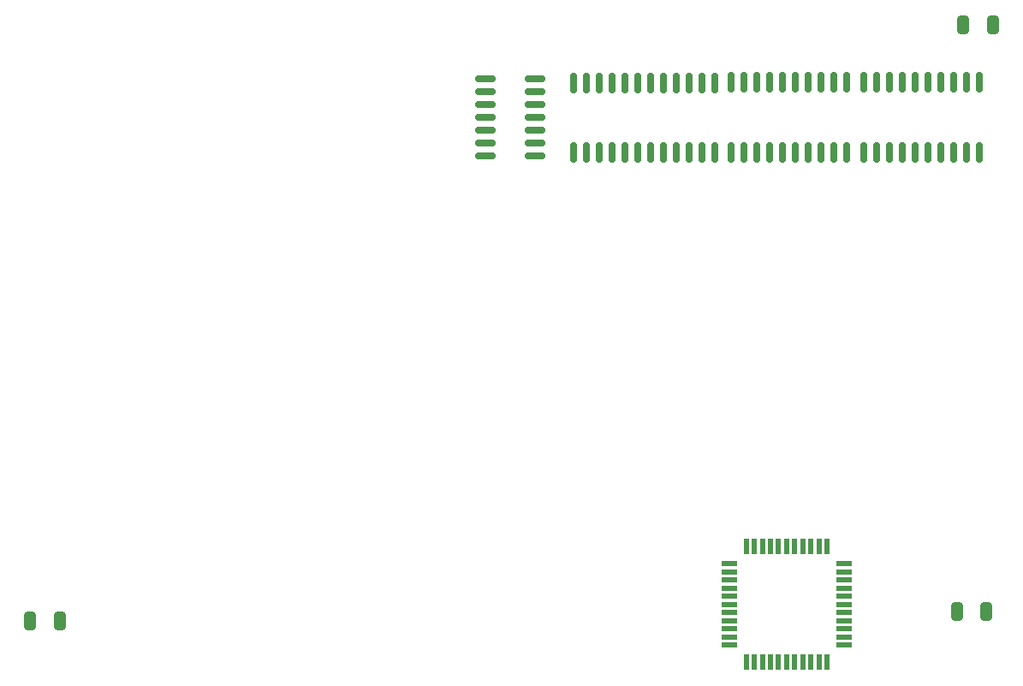
<source format=gbr>
%TF.GenerationSoftware,KiCad,Pcbnew,8.0.5-8.0.5-0~ubuntu22.04.1*%
%TF.CreationDate,2024-10-04T17:06:24+02:00*%
%TF.ProjectId,6502_6800_CPU,36353032-5f36-4383-9030-5f4350552e6b,rev?*%
%TF.SameCoordinates,Original*%
%TF.FileFunction,Paste,Top*%
%TF.FilePolarity,Positive*%
%FSLAX46Y46*%
G04 Gerber Fmt 4.6, Leading zero omitted, Abs format (unit mm)*
G04 Created by KiCad (PCBNEW 8.0.5-8.0.5-0~ubuntu22.04.1) date 2024-10-04 17:06:24*
%MOMM*%
%LPD*%
G01*
G04 APERTURE LIST*
G04 Aperture macros list*
%AMRoundRect*
0 Rectangle with rounded corners*
0 $1 Rounding radius*
0 $2 $3 $4 $5 $6 $7 $8 $9 X,Y pos of 4 corners*
0 Add a 4 corners polygon primitive as box body*
4,1,4,$2,$3,$4,$5,$6,$7,$8,$9,$2,$3,0*
0 Add four circle primitives for the rounded corners*
1,1,$1+$1,$2,$3*
1,1,$1+$1,$4,$5*
1,1,$1+$1,$6,$7*
1,1,$1+$1,$8,$9*
0 Add four rect primitives between the rounded corners*
20,1,$1+$1,$2,$3,$4,$5,0*
20,1,$1+$1,$4,$5,$6,$7,0*
20,1,$1+$1,$6,$7,$8,$9,0*
20,1,$1+$1,$8,$9,$2,$3,0*%
G04 Aperture macros list end*
%ADD10RoundRect,0.250000X-0.325000X-0.650000X0.325000X-0.650000X0.325000X0.650000X-0.325000X0.650000X0*%
%ADD11R,1.500000X0.550000*%
%ADD12R,0.550000X1.500000*%
%ADD13RoundRect,0.150000X0.150000X-0.837500X0.150000X0.837500X-0.150000X0.837500X-0.150000X-0.837500X0*%
%ADD14RoundRect,0.150000X-0.150000X0.837500X-0.150000X-0.837500X0.150000X-0.837500X0.150000X0.837500X0*%
%ADD15RoundRect,0.150000X-0.825000X-0.150000X0.825000X-0.150000X0.825000X0.150000X-0.825000X0.150000X0*%
G04 APERTURE END LIST*
D10*
%TO.C,C8*%
X144471600Y-121462800D03*
X147421600Y-121462800D03*
%TD*%
D11*
%TO.C,U9*%
X121950000Y-124790000D03*
X121950000Y-123990000D03*
X121950000Y-123190000D03*
X121950000Y-122390000D03*
X121950000Y-121590000D03*
X121950000Y-120790000D03*
X121950000Y-119990000D03*
X121950000Y-119190000D03*
X121950000Y-118390000D03*
X121950000Y-117590000D03*
X121950000Y-116790000D03*
D12*
X123650000Y-115090000D03*
X124450000Y-115090000D03*
X125250000Y-115090000D03*
X126050000Y-115090000D03*
X126850000Y-115090000D03*
X127650000Y-115090000D03*
X128450000Y-115090000D03*
X129250000Y-115090000D03*
X130050000Y-115090000D03*
X130850000Y-115090000D03*
X131650000Y-115090000D03*
D11*
X133350000Y-116790000D03*
X133350000Y-117590000D03*
X133350000Y-118390000D03*
X133350000Y-119190000D03*
X133350000Y-119990000D03*
X133350000Y-120790000D03*
X133350000Y-121590000D03*
X133350000Y-122390000D03*
X133350000Y-123190000D03*
X133350000Y-123990000D03*
X133350000Y-124790000D03*
D12*
X131650000Y-126490000D03*
X130850000Y-126490000D03*
X130050000Y-126490000D03*
X129250000Y-126490000D03*
X128450000Y-126490000D03*
X127650000Y-126490000D03*
X126850000Y-126490000D03*
X126050000Y-126490000D03*
X125250000Y-126490000D03*
X124450000Y-126490000D03*
X123650000Y-126490000D03*
%TD*%
D13*
%TO.C,U4*%
X135255000Y-76106500D03*
X136525000Y-76106500D03*
X137795000Y-76106500D03*
X139065000Y-76106500D03*
X140335000Y-76106500D03*
X141605000Y-76106500D03*
X142875000Y-76106500D03*
X144145000Y-76106500D03*
X145415000Y-76106500D03*
X146685000Y-76106500D03*
X146685000Y-69181500D03*
X145415000Y-69181500D03*
X144145000Y-69181500D03*
X142875000Y-69181500D03*
X141605000Y-69181500D03*
X140335000Y-69181500D03*
X139065000Y-69181500D03*
X137795000Y-69181500D03*
X136525000Y-69181500D03*
X135255000Y-69181500D03*
%TD*%
%TO.C,U3*%
X122174000Y-76106500D03*
X123444000Y-76106500D03*
X124714000Y-76106500D03*
X125984000Y-76106500D03*
X127254000Y-76106500D03*
X128524000Y-76106500D03*
X129794000Y-76106500D03*
X131064000Y-76106500D03*
X132334000Y-76106500D03*
X133604000Y-76106500D03*
X133604000Y-69181500D03*
X132334000Y-69181500D03*
X131064000Y-69181500D03*
X129794000Y-69181500D03*
X128524000Y-69181500D03*
X127254000Y-69181500D03*
X125984000Y-69181500D03*
X124714000Y-69181500D03*
X123444000Y-69181500D03*
X122174000Y-69181500D03*
%TD*%
D14*
%TO.C,U2*%
X120523000Y-69215000D03*
X119253000Y-69215000D03*
X117983000Y-69215000D03*
X116713000Y-69215000D03*
X115443000Y-69215000D03*
X114173000Y-69215000D03*
X112903000Y-69215000D03*
X111633000Y-69215000D03*
X110363000Y-69215000D03*
X109093000Y-69215000D03*
X107823000Y-69215000D03*
X106553000Y-69215000D03*
X106553000Y-76140000D03*
X107823000Y-76140000D03*
X109093000Y-76140000D03*
X110363000Y-76140000D03*
X111633000Y-76140000D03*
X112903000Y-76140000D03*
X114173000Y-76140000D03*
X115443000Y-76140000D03*
X116713000Y-76140000D03*
X117983000Y-76140000D03*
X119253000Y-76140000D03*
X120523000Y-76140000D03*
%TD*%
D10*
%TO.C,C3*%
X145083000Y-63500000D03*
X148033000Y-63500000D03*
%TD*%
%TO.C,C7*%
X52832000Y-122428000D03*
X55782000Y-122428000D03*
%TD*%
D15*
%TO.C,U5*%
X97834001Y-68834000D03*
X97834001Y-70104000D03*
X97834001Y-71374000D03*
X97834001Y-72644000D03*
X97834001Y-73914000D03*
X97834001Y-75184000D03*
X97834001Y-76454000D03*
X102784001Y-76454000D03*
X102784001Y-75184000D03*
X102784001Y-73914000D03*
X102784001Y-72644000D03*
X102784001Y-71374000D03*
X102784001Y-70104000D03*
X102784001Y-68834000D03*
%TD*%
M02*

</source>
